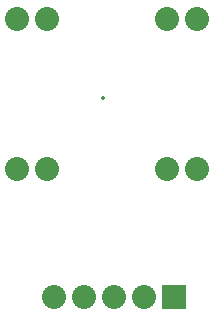
<source format=gbl>
%TF.GenerationSoftware,KiCad,Pcbnew,4.0.5-e0-6337~49~ubuntu16.04.1*%
%TF.CreationDate,2017-05-08T13:41:37-07:00*%
%TF.ProjectId,LDR-Board,4C44522D426F6172642E6B696361645F,1.0*%
%TF.FileFunction,Copper,L2,Bot,Signal*%
%FSLAX46Y46*%
G04 Gerber Fmt 4.6, Leading zero omitted, Abs format (unit mm)*
G04 Created by KiCad (PCBNEW 4.0.5-e0-6337~49~ubuntu16.04.1) date Mon May  8 13:41:37 2017*
%MOMM*%
%LPD*%
G01*
G04 APERTURE LIST*
%ADD10C,0.350000*%
%ADD11R,2.032000X2.032000*%
%ADD12O,2.032000X2.032000*%
%ADD13C,2.032000*%
%ADD14C,0.350000*%
G04 APERTURE END LIST*
D10*
D11*
X25019000Y-83566000D03*
D12*
X22479000Y-83566000D03*
X19939000Y-83566000D03*
X17399000Y-83566000D03*
X14859000Y-83566000D03*
D13*
X11754981Y-59989073D03*
D12*
X14294981Y-59989073D03*
D13*
X26994981Y-72689073D03*
D12*
X24454981Y-72689073D03*
D13*
X14294981Y-72689073D03*
D12*
X11754981Y-72689073D03*
D13*
X26994981Y-59989073D03*
D12*
X24454981Y-59989073D03*
D14*
X25019000Y-83566000D03*
X22479000Y-83566000D03*
X19939000Y-83566000D03*
X17399000Y-83566000D03*
X14859000Y-83566000D03*
X11754981Y-59989073D03*
X14294981Y-59989073D03*
X26994981Y-72689073D03*
X24454981Y-72689073D03*
X14294981Y-72689073D03*
X11754981Y-72689073D03*
X26994981Y-59989073D03*
X24454981Y-59989073D03*
X19050000Y-66675000D03*
M02*

</source>
